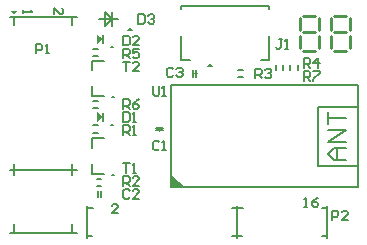
<source format=gbr>
%TF.GenerationSoftware,Altium Limited,Altium Designer,21.2.2 (38)*%
G04 Layer_Color=65535*
%FSLAX45Y45*%
%MOMM*%
%TF.SameCoordinates,9B882A86-BDC0-4CB1-B03D-B9E00FC7DE04*%
%TF.FilePolarity,Positive*%
%TF.FileFunction,Legend,Top*%
%TF.Part,Single*%
G01*
G75*
%TA.AperFunction,NonConductor*%
%ADD24C,0.15000*%
%ADD32C,0.20000*%
%ADD55C,0.10000*%
%ADD56C,0.25000*%
G36*
X80000Y1925000D02*
X55000Y1955000D01*
X105000D01*
X80000Y1925000D01*
D02*
G37*
G36*
X1085000Y1790000D02*
X1035000D01*
X1060000Y1820000D01*
X1085000Y1790000D01*
D02*
G37*
G36*
X830000Y1720000D02*
X780000Y1680000D01*
Y1760000D01*
X830000Y1720000D01*
D02*
G37*
G36*
X930000Y1645000D02*
X890000D01*
X910000Y1670000D01*
X930000Y1645000D01*
D02*
G37*
G36*
X1762500Y1485000D02*
X1712500D01*
X1737500Y1515000D01*
X1762500Y1485000D01*
D02*
G37*
G36*
X940000Y1220000D02*
X890000D01*
X915000Y1250000D01*
X940000Y1220000D01*
D02*
G37*
G36*
X830000Y1060000D02*
X780000Y1020000D01*
Y1100000D01*
X830000Y1060000D01*
D02*
G37*
G36*
X930000Y985000D02*
X890000D01*
X910000Y1010000D01*
X930000Y985000D01*
D02*
G37*
G36*
X940000Y560000D02*
X890000D01*
X915000Y590000D01*
X940000Y560000D01*
D02*
G37*
G36*
X1510000Y465000D02*
X1410000D01*
Y565000D01*
X1510000Y465000D01*
D02*
G37*
D24*
X2167500Y1545000D02*
X2237500D01*
Y1972189D02*
Y2000000D01*
Y1545000D02*
Y1745000D01*
X1497500Y1972189D02*
Y2000000D01*
Y1545000D02*
X1567500D01*
X1497500D02*
Y1745000D01*
Y2000000D02*
X2237500D01*
X2480000Y1460000D02*
Y1500000D01*
X2420000Y1460000D02*
Y1500000D01*
X2731000Y35000D02*
Y310000D01*
X2686024Y289815D02*
X2730272D01*
X2684000Y50000D02*
X2730854D01*
X699000Y35000D02*
Y310000D01*
X699748Y50000D02*
X743997D01*
X699440Y289481D02*
X746294D01*
X1968171Y310000D02*
X1969000Y35000D01*
X1969748Y50000D02*
X2013997D01*
X1969146Y289000D02*
X2016000D01*
X1968171Y293822D02*
X1969000Y35000D01*
X1924004Y289000D02*
X1968252D01*
X1922000Y50000D02*
X1968854D01*
X800000Y1890000D02*
X869894D01*
X909894Y1835000D02*
Y1950000D01*
X850000Y1949894D02*
X909772Y1890122D01*
X850000Y1830106D02*
Y1949894D01*
X869894Y1890000D02*
X909894D01*
X850000Y1830106D02*
X909894Y1890000D01*
X960000D01*
X830000Y1685000D02*
Y1755000D01*
Y1025000D02*
Y1095000D01*
X1410000Y465000D02*
Y1335000D01*
X2990000Y465000D02*
Y1335000D01*
X1410000D02*
X2990000D01*
X1410000Y465000D02*
X2990000D01*
X1410000Y565000D02*
X1510000Y465000D01*
X2650000Y1150000D02*
X2990000D01*
X2650000Y650000D02*
Y1150000D01*
Y650000D02*
X2985000D01*
X750000Y1140000D02*
X790000D01*
X750000Y1200000D02*
X790000D01*
X750000Y1640000D02*
X790000D01*
X750000Y1580000D02*
X790000D01*
X2300000Y1460000D02*
Y1500000D01*
X2360000Y1460000D02*
Y1500000D01*
X1980000Y1400000D02*
X2020000D01*
X1980000Y1460000D02*
X2020000D01*
X780000Y540000D02*
X820000D01*
X780000Y480000D02*
X820000D01*
X750000Y990000D02*
X790000D01*
X750000Y930000D02*
X790000D01*
X1598000Y1402511D02*
Y1457619D01*
X1622000Y1402373D02*
Y1457895D01*
X788000Y382511D02*
Y437619D01*
X812000Y382373D02*
Y437895D01*
X1282381Y948000D02*
X1337489D01*
X1282105Y972000D02*
X1337627D01*
X2536000Y300000D02*
X2562658D01*
X2549329D01*
Y379974D01*
X2536000Y366645D01*
X2655961Y379974D02*
X2629303Y366645D01*
X2602645Y339987D01*
Y313329D01*
X2615974Y300000D01*
X2642632D01*
X2655961Y313329D01*
Y326658D01*
X2642632Y339987D01*
X2602645D01*
X958316Y245000D02*
X905000D01*
X958316Y298316D01*
Y311645D01*
X944987Y324974D01*
X918329D01*
X905000Y311645D01*
X414999Y1931684D02*
Y1985000D01*
X468316Y1931684D01*
X481645D01*
X494974Y1945013D01*
Y1971671D01*
X481645Y1985000D01*
X155000Y1965000D02*
Y1938342D01*
Y1951671D01*
X234974D01*
X221645Y1965000D01*
X2533355Y1370013D02*
Y1449987D01*
X2573342D01*
X2586671Y1436658D01*
Y1410000D01*
X2573342Y1396671D01*
X2533355D01*
X2560013D02*
X2586671Y1370013D01*
X2613329Y1449987D02*
X2666645D01*
Y1436658D01*
X2613329Y1383342D01*
Y1370013D01*
X1005000Y1529987D02*
X1058316D01*
X1031658D01*
Y1450013D01*
X1138290D02*
X1084974D01*
X1138290Y1503329D01*
Y1516658D01*
X1124961Y1529987D01*
X1098303D01*
X1084974Y1516658D01*
X1005000Y1130013D02*
Y1209987D01*
X1044987D01*
X1058316Y1196658D01*
Y1170000D01*
X1044987Y1156671D01*
X1005000D01*
X1031658D02*
X1058316Y1130013D01*
X1138290Y1209987D02*
X1111632Y1196658D01*
X1084974Y1170000D01*
Y1143342D01*
X1098303Y1130013D01*
X1124961D01*
X1138290Y1143342D01*
Y1156671D01*
X1124961Y1170000D01*
X1084974D01*
X1005000Y1560013D02*
Y1639987D01*
X1044987D01*
X1058316Y1626658D01*
Y1600000D01*
X1044987Y1586671D01*
X1005000D01*
X1031658D02*
X1058316Y1560013D01*
X1138290Y1639987D02*
X1084974D01*
Y1600000D01*
X1111632Y1613329D01*
X1124961D01*
X1138290Y1600000D01*
Y1573342D01*
X1124961Y1560013D01*
X1098303D01*
X1084974Y1573342D01*
X2533355Y1480013D02*
Y1559987D01*
X2573342D01*
X2586671Y1546658D01*
Y1520000D01*
X2573342Y1506671D01*
X2533355D01*
X2560013D02*
X2586671Y1480013D01*
X2653316D02*
Y1559987D01*
X2613329Y1520000D01*
X2666645D01*
X1133355Y1929987D02*
Y1850013D01*
X1173342D01*
X1186671Y1863342D01*
Y1916658D01*
X1173342Y1929987D01*
X1133355D01*
X1213329Y1916658D02*
X1226658Y1929987D01*
X1253316D01*
X1266645Y1916658D01*
Y1903329D01*
X1253316Y1890000D01*
X1239987D01*
X1253316D01*
X1266645Y1876671D01*
Y1863342D01*
X1253316Y1850013D01*
X1226658D01*
X1213329Y1863342D01*
X1005000Y1749987D02*
Y1670013D01*
X1044987D01*
X1058316Y1683342D01*
Y1736658D01*
X1044987Y1749987D01*
X1005000D01*
X1138290Y1670013D02*
X1084974D01*
X1138290Y1723329D01*
Y1736658D01*
X1124961Y1749987D01*
X1098303D01*
X1084974Y1736658D01*
X2123355Y1390013D02*
Y1469987D01*
X2163342D01*
X2176671Y1456658D01*
Y1430000D01*
X2163342Y1416671D01*
X2123355D01*
X2150013D02*
X2176671Y1390013D01*
X2203329Y1456658D02*
X2216658Y1469987D01*
X2243316D01*
X2256645Y1456658D01*
Y1443329D01*
X2243316Y1430000D01*
X2229987D01*
X2243316D01*
X2256645Y1416671D01*
Y1403342D01*
X2243316Y1390013D01*
X2216658D01*
X2203329Y1403342D01*
X2773355Y190013D02*
Y269987D01*
X2813342D01*
X2826671Y256658D01*
Y230000D01*
X2813342Y216671D01*
X2773355D01*
X2906645Y190013D02*
X2853329D01*
X2906645Y243329D01*
Y256658D01*
X2893316Y269987D01*
X2866658D01*
X2853329Y256658D01*
X2350000Y1719987D02*
X2323342D01*
X2336671D01*
Y1653342D01*
X2323342Y1640013D01*
X2310013D01*
X2296684Y1653342D01*
X2376658Y1640013D02*
X2403316D01*
X2389987D01*
Y1719987D01*
X2376658Y1706658D01*
X1426671Y1466658D02*
X1413342Y1479987D01*
X1386684D01*
X1373355Y1466658D01*
Y1413342D01*
X1386684Y1400013D01*
X1413342D01*
X1426671Y1413342D01*
X1453329Y1466658D02*
X1466658Y1479987D01*
X1493316D01*
X1506645Y1466658D01*
Y1453329D01*
X1493316Y1440000D01*
X1479987D01*
X1493316D01*
X1506645Y1426671D01*
Y1413342D01*
X1493316Y1400013D01*
X1466658D01*
X1453329Y1413342D01*
X1256684Y1319987D02*
Y1253342D01*
X1270013Y1240013D01*
X1296671D01*
X1310000Y1253342D01*
Y1319987D01*
X1336658Y1240013D02*
X1363316D01*
X1349987D01*
Y1319987D01*
X1336658Y1306658D01*
X1005000Y669987D02*
X1058316D01*
X1031658D01*
Y590013D01*
X1084974D02*
X1111632D01*
X1098303D01*
Y669987D01*
X1084974Y656658D01*
X1005000Y480013D02*
Y559987D01*
X1044987D01*
X1058316Y546658D01*
Y520000D01*
X1044987Y506671D01*
X1005000D01*
X1031658D02*
X1058316Y480013D01*
X1138290D02*
X1084974D01*
X1138290Y533329D01*
Y546658D01*
X1124961Y559987D01*
X1098303D01*
X1084974Y546658D01*
X1005000Y910013D02*
Y989987D01*
X1044987D01*
X1058316Y976658D01*
Y950000D01*
X1044987Y936671D01*
X1005000D01*
X1031658D02*
X1058316Y910013D01*
X1084974D02*
X1111632D01*
X1098303D01*
Y989987D01*
X1084974Y976658D01*
X266684Y1600013D02*
Y1679987D01*
X306671D01*
X320000Y1666658D01*
Y1640000D01*
X306671Y1626671D01*
X266684D01*
X346658Y1600013D02*
X373316D01*
X359987D01*
Y1679987D01*
X346658Y1666658D01*
X1005000Y1099987D02*
Y1020013D01*
X1044987D01*
X1058316Y1033342D01*
Y1086658D01*
X1044987Y1099987D01*
X1005000D01*
X1084974Y1020013D02*
X1111632D01*
X1098303D01*
Y1099987D01*
X1084974Y1086658D01*
X1310000Y846658D02*
X1296671Y859987D01*
X1270013D01*
X1256684Y846658D01*
Y793342D01*
X1270013Y780013D01*
X1296671D01*
X1310000Y793342D01*
X1336658Y780013D02*
X1363316D01*
X1349987D01*
Y859987D01*
X1336658Y846658D01*
X1058316Y436658D02*
X1044987Y449987D01*
X1018329D01*
X1005000Y436658D01*
Y383342D01*
X1018329Y370013D01*
X1044987D01*
X1058316Y383342D01*
X1138290Y370013D02*
X1084974D01*
X1138290Y423329D01*
Y436658D01*
X1124961Y449987D01*
X1098303D01*
X1084974Y436658D01*
D32*
X740000Y1460000D02*
Y1540000D01*
X840000D01*
X740000Y1240000D02*
Y1320000D01*
Y1240000D02*
X840000D01*
X740000Y800000D02*
Y880000D01*
X840000D01*
X740000Y580000D02*
Y660000D01*
Y580000D02*
X840000D01*
X45000Y79000D02*
X610000D01*
X574000Y89000D02*
Y153997D01*
X80000Y89000D02*
Y156000D01*
Y617146D02*
Y664000D01*
X574000Y617748D02*
Y661997D01*
X45000Y617000D02*
X610000D01*
X574000Y570000D02*
Y616854D01*
X80000Y572003D02*
Y616252D01*
X65000Y617000D02*
X589000D01*
X574000Y1840000D02*
Y1902000D01*
X45000Y1912000D02*
X610000D01*
X80000Y1842003D02*
Y1902000D01*
X2890000Y700000D02*
X2788433D01*
X2737649Y750783D01*
X2788433Y801567D01*
X2890000D01*
X2813825D01*
Y700000D01*
X2890000Y852351D02*
X2737649D01*
X2890000Y953918D01*
X2737649D01*
Y1004701D02*
Y1106269D01*
Y1055485D01*
X2890000D01*
D55*
X1620000Y1430000D02*
X1625094D01*
X1594711D02*
X1600000D01*
X810000Y410000D02*
X815094D01*
X784711D02*
X790000D01*
X1310000Y970000D02*
Y975094D01*
Y944711D02*
Y950000D01*
D56*
X2790000Y1920000D02*
X2890000D01*
X2760000Y1800000D02*
Y1900000D01*
X2920000Y1800000D02*
Y1900000D01*
X2790000Y1780000D02*
X2890000D01*
X2760000Y1650000D02*
Y1750000D01*
X2920000Y1650000D02*
Y1750000D01*
X2790000Y1620000D02*
X2890000D01*
X2530000D02*
X2630000D01*
X2660000Y1650000D02*
Y1750000D01*
X2500000Y1650000D02*
Y1750000D01*
X2530000Y1780000D02*
X2630000D01*
X2660000Y1800000D02*
Y1900000D01*
X2500000Y1800000D02*
Y1900000D01*
X2530000Y1920000D02*
X2630000D01*
%TF.MD5,f9f8b8c4bc58ef22509e91d46f503ec2*%
M02*

</source>
